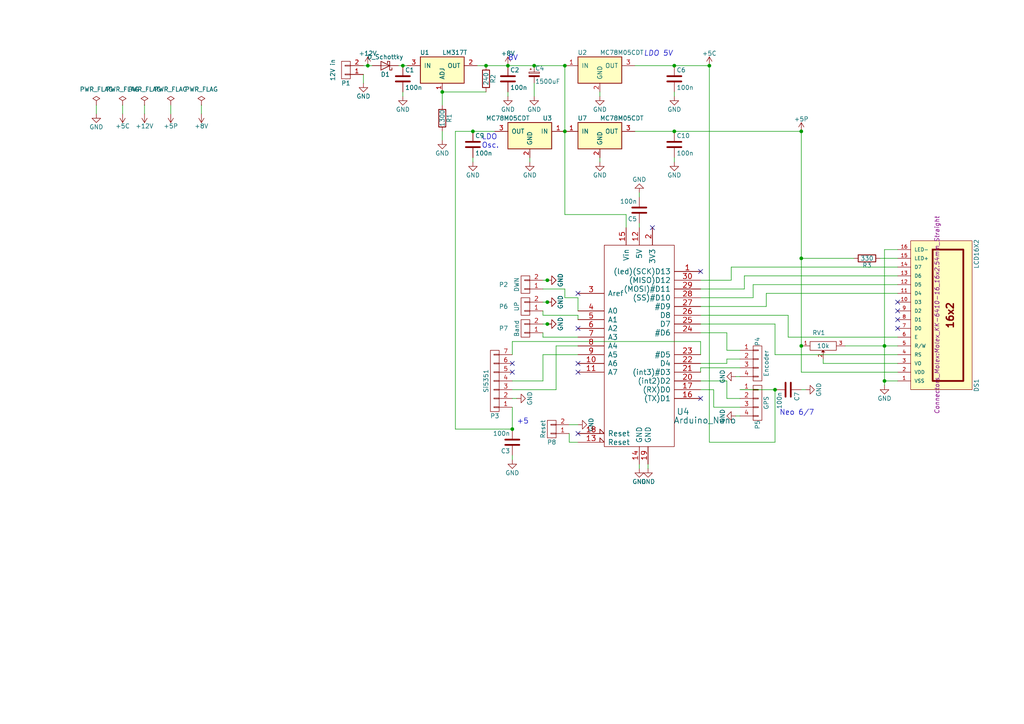
<source format=kicad_sch>
(kicad_sch (version 20230121) (generator eeschema)
  (paper "A4")
  (lib_symbols
    (symbol "arduino_nano:Arduino_Nano" (pin_names (offset 1.016))
      (property "Reference" "U" (at 12.7 -24.13 0))
      (property "Value" "Arduino_Nano" (at 19.05 -26.67 0))
      (property "Footprint" "DIL30" (at 0 -1.27 0))
      (symbol "Arduino_Nano_0_0"
        (pin power_in line (at 0 -39.37 90) (length 5.08) (name "GND") (number "14"))
        (pin power_in line (at -3.81 29.21 270) (length 5.08) (name "Vin") (number "15"))
      )
      (symbol "Arduino_Nano_0_1"
        (rectangle (start -10.16 24.13) (end 10.16 -34.29))
      )
      (symbol "Arduino_Nano_1_1"
        (pin input line (at 17.78 16.51 180) (length 7.62) (name "(led)(SCK)D13") (number "1"))
        (pin bidirectional line (at -17.78 -10.16 0) (length 7.62) (name "A6") (number "10"))
        (pin bidirectional line (at -17.78 -12.7 0) (length 7.62) (name "A7") (number "11"))
        (pin power_out line (at 0 29.21 270) (length 5.08) (name "5V") (number "12"))
        (pin input input_low (at -17.78 -33.02 0) (length 7.62) (name "Reset") (number "13"))
        (pin bidirectional line (at 17.78 -20.32 180) (length 7.62) (name "(TX)D1") (number "16"))
        (pin bidirectional line (at 17.78 -17.78 180) (length 7.62) (name "(RX)D0") (number "17"))
        (pin input input_low (at -17.78 -30.48 0) (length 7.62) (name "Reset") (number "18"))
        (pin power_in line (at 2.54 -39.37 90) (length 5.08) (name "GND") (number "19"))
        (pin power_out line (at 3.81 29.21 270) (length 5.08) (name "3V3") (number "2"))
        (pin bidirectional line (at 17.78 -15.24 180) (length 7.62) (name "(int2)D2") (number "20"))
        (pin bidirectional line (at 17.78 -12.7 180) (length 7.62) (name "(int3)#D3") (number "21"))
        (pin bidirectional line (at 17.78 -10.16 180) (length 7.62) (name "D4") (number "22"))
        (pin bidirectional line (at 17.78 -7.62 180) (length 7.62) (name "#D5") (number "23"))
        (pin bidirectional line (at 17.78 -1.27 180) (length 7.62) (name "#D6") (number "24"))
        (pin bidirectional line (at 17.78 1.27 180) (length 7.62) (name "D7") (number "25"))
        (pin bidirectional line (at 17.78 3.81 180) (length 7.62) (name "D8") (number "26"))
        (pin bidirectional line (at 17.78 6.35 180) (length 7.62) (name "#D9") (number "27"))
        (pin bidirectional line (at 17.78 8.89 180) (length 7.62) (name "(SS)#D10") (number "28"))
        (pin bidirectional line (at 17.78 11.43 180) (length 7.62) (name "(MOSI)#D11") (number "29"))
        (pin input line (at -17.78 10.16 0) (length 7.62) (name "Aref") (number "3"))
        (pin bidirectional line (at 17.78 13.97 180) (length 7.62) (name "(MISO)D12") (number "30"))
        (pin bidirectional line (at -17.78 5.08 0) (length 7.62) (name "A0") (number "4"))
        (pin bidirectional line (at -17.78 2.54 0) (length 7.62) (name "A1") (number "5"))
        (pin bidirectional line (at -17.78 0 0) (length 7.62) (name "A2") (number "6"))
        (pin bidirectional line (at -17.78 -2.54 0) (length 7.62) (name "A3") (number "7"))
        (pin bidirectional line (at -17.78 -5.08 0) (length 7.62) (name "A4") (number "8"))
        (pin bidirectional line (at -17.78 -7.62 0) (length 7.62) (name "A5") (number "9"))
      )
    )
    (symbol "vfo-do-rescue:+12V" (power) (pin_names (offset 0))
      (property "Value" "+12V" (at 0 3.556 0))
      (symbol "+12V_0_1"
        (polyline (pts (xy -0.762 1.27) (xy 0 2.54)))
        (polyline (pts (xy 0 0) (xy 0 2.54)))
        (polyline (pts (xy 0 2.54) (xy 0.762 1.27)))
      )
      (symbol "+12V_1_1"
        (pin power_in line (at 0 0 90) (length 0) hide (name "+12V") (number "1"))
      )
    )
    (symbol "vfo-do-rescue:+5C" (power) (pin_names (offset 0))
      (property "Value" "+5C" (at 0 3.556 0))
      (symbol "+5C_0_1"
        (polyline (pts (xy -0.762 1.27) (xy 0 2.54)))
        (polyline (pts (xy 0 0) (xy 0 2.54)))
        (polyline (pts (xy 0 2.54) (xy 0.762 1.27)))
      )
      (symbol "+5C_1_1"
        (pin power_in line (at 0 0 90) (length 0) hide (name "+5C") (number "1"))
      )
    )
    (symbol "vfo-do-rescue:+5P" (power) (pin_names (offset 0))
      (property "Value" "+5P" (at 0 3.556 0))
      (symbol "+5P_0_1"
        (polyline (pts (xy -0.762 1.27) (xy 0 2.54)))
        (polyline (pts (xy 0 0) (xy 0 2.54)))
        (polyline (pts (xy 0 2.54) (xy 0.762 1.27)))
      )
      (symbol "+5P_1_1"
        (pin power_in line (at 0 0 90) (length 0) hide (name "+5P") (number "1"))
      )
    )
    (symbol "vfo-do-rescue:+8V" (power) (pin_names (offset 0))
      (property "Value" "+8V" (at 0 3.556 0))
      (symbol "+8V_0_1"
        (polyline (pts (xy -0.762 1.27) (xy 0 2.54)))
        (polyline (pts (xy 0 0) (xy 0 2.54)))
        (polyline (pts (xy 0 2.54) (xy 0.762 1.27)))
      )
      (symbol "+8V_1_1"
        (pin power_in line (at 0 0 90) (length 0) hide (name "+8V") (number "1"))
      )
    )
    (symbol "vfo-do-rescue:C" (pin_numbers hide) (pin_names (offset 0.254))
      (property "Reference" "C" (at 0.635 2.54 0))
      (property "Value" "C" (at 0.635 -2.54 0))
      (symbol "C_0_1"
        (polyline (pts (xy -2.032 -0.762) (xy 2.032 -0.762)) (stroke (width 0.508)))
        (polyline (pts (xy -2.032 0.762) (xy 2.032 0.762)) (stroke (width 0.508)))
      )
      (symbol "C_1_1"
        (pin passive line (at 0 3.81 270) (length 2.794) (name "~") (number "1"))
        (pin passive line (at 0 -3.81 90) (length 2.794) (name "~") (number "2"))
      )
    )
    (symbol "vfo-do-rescue:CONN_01X02" (pin_names (offset 1.016) hide)
      (property "Reference" "J" (at 0 3.81 0))
      (property "Value" "CONN_01X02" (at 2.54 0 90))
      (symbol "CONN_01X02_0_1"
        (rectangle (start -1.27 -1.143) (end 0.254 -1.397))
        (rectangle (start -1.27 1.397) (end 0.254 1.143))
        (rectangle (start -1.27 2.54) (end 1.27 -2.54))
      )
      (symbol "CONN_01X02_1_1"
        (pin passive line (at -5.08 1.27 0) (length 3.81) (name "P1") (number "1"))
        (pin passive line (at -5.08 -1.27 0) (length 3.81) (name "P2") (number "2"))
      )
    )
    (symbol "vfo-do-rescue:CONN_01X04" (pin_names (offset 1.016) hide)
      (property "Reference" "J" (at 0 6.35 0))
      (property "Value" "CONN_01X04" (at 2.54 0 90))
      (symbol "CONN_01X04_0_1"
        (rectangle (start -1.27 -3.683) (end 0.254 -3.937))
        (rectangle (start -1.27 -1.143) (end 0.254 -1.397))
        (rectangle (start -1.27 1.397) (end 0.254 1.143))
        (rectangle (start -1.27 3.937) (end 0.254 3.683))
        (rectangle (start -1.27 5.08) (end 1.27 -5.08))
      )
      (symbol "CONN_01X04_1_1"
        (pin passive line (at -5.08 3.81 0) (length 3.81) (name "P1") (number "1"))
        (pin passive line (at -5.08 1.27 0) (length 3.81) (name "P2") (number "2"))
        (pin passive line (at -5.08 -1.27 0) (length 3.81) (name "P3") (number "3"))
        (pin passive line (at -5.08 -3.81 0) (length 3.81) (name "P4") (number "4"))
      )
    )
    (symbol "vfo-do-rescue:CONN_01X07" (pin_names (offset 1.016) hide)
      (property "Reference" "J" (at 0 10.16 0))
      (property "Value" "CONN_01X07" (at 2.54 0 90))
      (symbol "CONN_01X07_0_1"
        (rectangle (start -1.27 -8.89) (end 1.27 8.89))
        (rectangle (start -1.27 -7.493) (end 0.254 -7.747))
        (rectangle (start -1.27 -4.953) (end 0.254 -5.207))
        (rectangle (start -1.27 -2.413) (end 0.254 -2.667))
        (rectangle (start -1.27 0.127) (end 0.254 -0.127))
        (rectangle (start -1.27 2.667) (end 0.254 2.413))
        (rectangle (start -1.27 5.207) (end 0.254 4.953))
        (rectangle (start -1.27 7.747) (end 0.254 7.493))
      )
      (symbol "CONN_01X07_1_1"
        (pin passive line (at -5.08 7.62 0) (length 3.81) (name "P1") (number "1"))
        (pin passive line (at -5.08 5.08 0) (length 3.81) (name "P2") (number "2"))
        (pin passive line (at -5.08 2.54 0) (length 3.81) (name "P3") (number "3"))
        (pin passive line (at -5.08 0 0) (length 3.81) (name "P4") (number "4"))
        (pin passive line (at -5.08 -2.54 0) (length 3.81) (name "P5") (number "5"))
        (pin passive line (at -5.08 -5.08 0) (length 3.81) (name "P6") (number "6"))
        (pin passive line (at -5.08 -7.62 0) (length 3.81) (name "P7") (number "7"))
      )
    )
    (symbol "vfo-do-rescue:CP_Small" (pin_numbers hide) (pin_names (offset 0.254) hide)
      (property "Reference" "C" (at 0.254 1.778 0))
      (property "Value" "CP_Small" (at 0.254 -2.032 0))
      (symbol "CP_Small_0_1"
        (rectangle (start -1.524 -0.3048) (end 1.524 -0.6858) (fill (type outline)))
        (rectangle (start -1.524 0.6858) (end 1.524 0.3048))
        (polyline (pts (xy -1.27 1.524) (xy -0.762 1.524)))
        (polyline (pts (xy -1.016 1.27) (xy -1.016 1.778)))
      )
      (symbol "CP_Small_1_1"
        (pin passive line (at 0 2.54 270) (length 1.8542) (name "~") (number "1"))
        (pin passive line (at 0 -2.54 90) (length 1.8542) (name "~") (number "2"))
      )
    )
    (symbol "vfo-do-rescue:D_Schottky" (pin_numbers hide) (pin_names (offset 1.016) hide)
      (property "Reference" "D" (at 0 2.54 0))
      (property "Value" "D_Schottky" (at 0 -2.54 0))
      (symbol "D_Schottky_0_1"
        (polyline (pts (xy 1.27 0) (xy -1.27 0)))
        (polyline (pts (xy 1.27 1.27) (xy 1.27 -1.27) (xy -1.27 0) (xy 1.27 1.27)) (stroke (width 0.2032)))
        (polyline (pts (xy -1.905 0.635) (xy -1.905 1.27) (xy -1.27 1.27) (xy -1.27 -1.27) (xy -0.635 -1.27) (xy -0.635 -0.635)) (stroke (width 0.2032)))
      )
      (symbol "D_Schottky_1_1"
        (pin passive line (at -3.81 0 0) (length 2.54) (name "K") (number "1"))
        (pin passive line (at 3.81 0 180) (length 2.54) (name "A") (number "2"))
      )
    )
    (symbol "vfo-do-rescue:GND" (power) (pin_names (offset 0))
      (property "Value" "GND" (at 0 -3.81 0))
      (symbol "GND_0_1"
        (polyline (pts (xy 0 0) (xy 0 -1.27) (xy 1.27 -1.27) (xy 0 -2.54) (xy -1.27 -1.27) (xy 0 -1.27)))
      )
      (symbol "GND_1_1"
        (pin power_in line (at 0 0 270) (length 0) hide (name "GND") (number "1"))
      )
    )
    (symbol "vfo-do-rescue:LCD16X2" (pin_names (offset 1.016))
      (property "Reference" "DS" (at -20.32 10.16 0))
      (property "Value" "LCD16X2" (at 17.78 10.16 0))
      (symbol "LCD16X2_0_0"
        (text "16x2" (at 0 2.54 0) (effects (font (size 2.032 2.032) bold)))
      )
      (symbol "LCD16X2_0_1"
        (rectangle (start -21.59 8.89) (end 21.59 -8.89) (fill (type background)))
        (rectangle (start -19.05 6.35) (end 19.05 -2.54) (stroke (width 0.508)))
      )
      (symbol "LCD16X2_1_1"
        (pin power_in line (at -19.05 -12.7 90) (length 3.81) (name "VSS") (number "1"))
        (pin input line (at 3.81 -12.7 90) (length 3.81) (name "D3") (number "10"))
        (pin input line (at 6.35 -12.7 90) (length 3.81) (name "D4") (number "11"))
        (pin input line (at 8.89 -12.7 90) (length 3.81) (name "D5") (number "12"))
        (pin input line (at 11.43 -12.7 90) (length 3.81) (name "D6") (number "13"))
        (pin input line (at 13.97 -12.7 90) (length 3.81) (name "D7") (number "14"))
        (pin passive line (at 16.51 -12.7 90) (length 3.81) (name "LED+") (number "15"))
        (pin passive line (at 19.05 -12.7 90) (length 3.81) (name "LED-") (number "16"))
        (pin power_in line (at -16.51 -12.7 90) (length 3.81) (name "VDD") (number "2"))
        (pin input line (at -13.97 -12.7 90) (length 3.81) (name "VO") (number "3"))
        (pin input line (at -11.43 -12.7 90) (length 3.81) (name "RS") (number "4"))
        (pin input line (at -8.89 -12.7 90) (length 3.81) (name "R/W") (number "5"))
        (pin input line (at -6.35 -12.7 90) (length 3.81) (name "E") (number "6"))
        (pin input line (at -3.81 -12.7 90) (length 3.81) (name "D0") (number "7"))
        (pin input line (at -1.27 -12.7 90) (length 3.81) (name "D1") (number "8"))
        (pin input line (at 1.27 -12.7 90) (length 3.81) (name "D2") (number "9"))
      )
    )
    (symbol "vfo-do-rescue:LM317T" (pin_names (offset 1.016))
      (property "Reference" "U" (at -5.08 5.08 0))
      (property "Value" "LM317T" (at 0 5.08 0))
      (symbol "LM317T_0_1"
        (rectangle (start -6.35 3.81) (end 6.35 -3.81) (stroke (width 0.254)) (fill (type background)))
      )
      (symbol "LM317T_1_1"
        (pin input line (at 0 -6.35 90) (length 2.54) (name "ADJ") (number "1"))
        (pin power_out line (at 10.16 1.27 180) (length 3.81) (name "OUT") (number "2"))
        (pin input line (at -10.16 1.27 0) (length 3.81) (name "IN") (number "3"))
      )
    )
    (symbol "vfo-do-rescue:MC78M05CDT" (pin_names (offset 1.016))
      (property "Reference" "U" (at -5.08 5.08 0))
      (property "Value" "MC78M05CDT" (at 0 5.08 0))
      (symbol "MC78M05CDT_0_1"
        (rectangle (start -6.35 3.81) (end 6.35 -3.81) (stroke (width 0.254)) (fill (type background)))
      )
      (symbol "MC78M05CDT_1_1"
        (pin input line (at -10.16 1.27 0) (length 3.81) (name "IN") (number "1"))
        (pin power_in line (at 0 -6.35 90) (length 2.54) (name "GND") (number "2"))
        (pin power_out line (at 10.16 1.27 180) (length 3.81) (name "OUT") (number "3"))
      )
    )
    (symbol "vfo-do-rescue:POT-RESCUE-vfo-do" (pin_names (offset 1.016) hide)
      (property "Reference" "RV" (at 0 -2.54 0))
      (property "Value" "POT-RESCUE-vfo-do" (at 0 0 0))
      (symbol "POT-RESCUE-vfo-do_0_1"
        (rectangle (start -3.81 1.27) (end 3.81 -1.27))
        (polyline (pts (xy 0 1.27) (xy -0.508 1.778) (xy 0.508 1.778)) (fill (type outline)))
      )
      (symbol "POT-RESCUE-vfo-do_1_1"
        (pin passive line (at -6.35 0 0) (length 2.54) (name "1") (number "1"))
        (pin passive line (at 0 3.81 270) (length 2.032) (name "2") (number "2"))
        (pin passive line (at 6.35 0 180) (length 2.54) (name "3") (number "3"))
      )
    )
    (symbol "vfo-do-rescue:PWR_FLAG" (power) (pin_numbers hide) (pin_names (offset 0) hide)
      (property "Value" "PWR_FLAG" (at 0 3.81 0))
      (symbol "PWR_FLAG_0_0"
        (pin power_out line (at 0 0 90) (length 0) (name "pwr") (number "1"))
      )
      (symbol "PWR_FLAG_0_1"
        (polyline (pts (xy 0 0) (xy 0 1.27) (xy -1.016 1.905) (xy 0 2.54) (xy 1.016 1.905) (xy 0 1.27)))
      )
    )
    (symbol "vfo-do-rescue:R" (pin_numbers hide) (pin_names (offset 0))
      (property "Reference" "R" (at 2.032 0 90))
      (property "Value" "R" (at 0 0 90))
      (symbol "R_0_1"
        (rectangle (start -1.016 -2.54) (end 1.016 2.54) (stroke (width 0.254)))
      )
      (symbol "R_1_1"
        (pin passive line (at 0 3.81 270) (length 1.27) (name "~") (number "1"))
        (pin passive line (at 0 -3.81 90) (length 1.27) (name "~") (number "2"))
      )
    )
  )
  (junction (at 232.41 74.93))
  (junction (at 148.59 124.46))
  (junction (at 116.84 19.05))
  (junction (at 224.79 113.03))
  (junction (at 256.54 110.49))
  (junction (at 232.41 100.33))
  (junction (at 147.32 19.05))
  (junction (at 195.58 19.05))
  (junction (at 195.58 38.1))
  (junction (at 205.74 19.05))
  (junction (at 137.16 38.1))
  (junction (at 158.75 87.63))
  (junction (at 232.41 38.1))
  (junction (at 163.83 19.05))
  (junction (at 154.94 19.05))
  (junction (at 106.68 19.05))
  (junction (at 256.54 100.33))
  (junction (at 158.75 93.98))
  (junction (at 158.75 81.28))
  (junction (at 140.97 19.05))
  (junction (at 128.27 26.67))
  (junction (at 163.83 38.1))
  (no_connect (at 167.64 125.73))
  (no_connect (at 203.2 78.74))
  (no_connect (at 148.59 107.95))
  (no_connect (at 260.35 90.17))
  (no_connect (at 167.64 105.41))
  (no_connect (at 189.23 66.04))
  (no_connect (at 167.64 107.95))
  (no_connect (at 203.2 115.57))
  (no_connect (at 260.35 87.63))
  (no_connect (at 148.59 105.41))
  (no_connect (at 260.35 95.25))
  (no_connect (at 260.35 92.71))
  (no_connect (at 167.64 85.09))
  (no_connect (at 167.64 95.25))
  (wire (pts (xy 205.74 19.05) (xy 195.58 19.05)))
  (wire (pts (xy 228.6 97.79) (xy 260.35 97.79)))
  (wire (pts (xy 105.41 21.59) (xy 105.41 24.13)))
  (wire (pts (xy 154.94 24.13) (xy 154.94 27.94)))
  (wire (pts (xy 148.59 124.46) (xy 132.08 124.46)))
  (wire (pts (xy 222.25 88.9) (xy 203.2 88.9)))
  (wire (pts (xy 128.27 26.67) (xy 128.27 30.48)))
  (wire (pts (xy 224.79 102.87) (xy 260.35 102.87)))
  (wire (pts (xy 35.56 30.48) (xy 35.56 33.02)))
  (wire (pts (xy 157.48 91.44) (xy 157.48 90.17)))
  (wire (pts (xy 203.2 105.41) (xy 210.82 105.41)))
  (wire (pts (xy 154.94 19.05) (xy 163.83 19.05)))
  (wire (pts (xy 203.2 96.52) (xy 210.82 96.52)))
  (wire (pts (xy 148.59 118.11) (xy 148.59 124.46)))
  (wire (pts (xy 157.48 110.49) (xy 157.48 102.87)))
  (wire (pts (xy 224.79 93.98) (xy 224.79 102.87)))
  (wire (pts (xy 256.54 110.49) (xy 256.54 111.76)))
  (wire (pts (xy 116.84 26.67) (xy 116.84 27.94)))
  (wire (pts (xy 238.76 105.41) (xy 238.76 104.14)))
  (wire (pts (xy 148.59 113.03) (xy 161.29 113.03)))
  (wire (pts (xy 214.63 109.22) (xy 213.36 109.22)))
  (wire (pts (xy 161.29 113.03) (xy 161.29 100.33)))
  (wire (pts (xy 212.09 77.47) (xy 212.09 81.28)))
  (wire (pts (xy 215.9 83.82) (xy 203.2 83.82)))
  (wire (pts (xy 116.84 19.05) (xy 118.11 19.05)))
  (wire (pts (xy 137.16 38.1) (xy 143.51 38.1)))
  (wire (pts (xy 210.82 96.52) (xy 210.82 101.6)))
  (wire (pts (xy 58.42 30.48) (xy 58.42 33.02)))
  (wire (pts (xy 232.41 38.1) (xy 232.41 74.93)))
  (wire (pts (xy 238.76 105.41) (xy 260.35 105.41)))
  (wire (pts (xy 205.74 128.27) (xy 205.74 19.05)))
  (wire (pts (xy 165.1 128.27) (xy 167.64 128.27)))
  (wire (pts (xy 256.54 110.49) (xy 260.35 110.49)))
  (wire (pts (xy 210.82 101.6) (xy 214.63 101.6)))
  (wire (pts (xy 203.2 91.44) (xy 228.6 91.44)))
  (wire (pts (xy 163.83 62.23) (xy 181.61 62.23)))
  (wire (pts (xy 173.99 26.67) (xy 173.99 27.94)))
  (wire (pts (xy 224.79 128.27) (xy 205.74 128.27)))
  (wire (pts (xy 195.58 38.1) (xy 232.41 38.1)))
  (wire (pts (xy 163.83 19.05) (xy 163.83 38.1)))
  (wire (pts (xy 185.42 57.15) (xy 185.42 55.88)))
  (wire (pts (xy 210.82 115.57) (xy 214.63 115.57)))
  (wire (pts (xy 232.41 100.33) (xy 232.41 107.95)))
  (wire (pts (xy 147.32 19.05) (xy 154.94 19.05)))
  (wire (pts (xy 207.01 118.11) (xy 214.63 118.11)))
  (wire (pts (xy 232.41 113.03) (xy 233.68 113.03)))
  (wire (pts (xy 212.09 81.28) (xy 203.2 81.28)))
  (wire (pts (xy 157.48 102.87) (xy 167.64 102.87)))
  (wire (pts (xy 187.96 134.62) (xy 187.96 135.89)))
  (wire (pts (xy 163.83 83.82) (xy 157.48 83.82)))
  (wire (pts (xy 215.9 80.01) (xy 215.9 83.82)))
  (wire (pts (xy 245.11 100.33) (xy 256.54 100.33)))
  (wire (pts (xy 260.35 77.47) (xy 212.09 77.47)))
  (wire (pts (xy 161.29 100.33) (xy 167.64 100.33)))
  (wire (pts (xy 195.58 26.67) (xy 195.58 27.94)))
  (wire (pts (xy 184.15 38.1) (xy 195.58 38.1)))
  (wire (pts (xy 195.58 45.72) (xy 195.58 46.99)))
  (wire (pts (xy 167.64 90.17) (xy 167.64 86.36)))
  (wire (pts (xy 203.2 93.98) (xy 224.79 93.98)))
  (wire (pts (xy 218.44 82.55) (xy 218.44 86.36)))
  (wire (pts (xy 153.67 45.72) (xy 153.67 46.99)))
  (wire (pts (xy 207.01 118.11) (xy 207.01 113.03)))
  (wire (pts (xy 41.91 30.48) (xy 41.91 33.02)))
  (wire (pts (xy 140.97 26.67) (xy 128.27 26.67)))
  (wire (pts (xy 260.35 80.01) (xy 215.9 80.01)))
  (wire (pts (xy 107.95 19.05) (xy 106.68 19.05)))
  (wire (pts (xy 260.35 72.39) (xy 256.54 72.39)))
  (wire (pts (xy 149.86 115.57) (xy 148.59 115.57)))
  (wire (pts (xy 214.63 120.65) (xy 213.36 120.65)))
  (wire (pts (xy 49.53 30.48) (xy 49.53 33.02)))
  (wire (pts (xy 128.27 38.1) (xy 128.27 40.64)))
  (wire (pts (xy 203.2 99.06) (xy 148.59 99.06)))
  (wire (pts (xy 203.2 110.49) (xy 210.82 110.49)))
  (wire (pts (xy 148.59 99.06) (xy 148.59 102.87)))
  (wire (pts (xy 232.41 74.93) (xy 232.41 100.33)))
  (wire (pts (xy 115.57 19.05) (xy 116.84 19.05)))
  (wire (pts (xy 132.08 124.46) (xy 132.08 38.1)))
  (wire (pts (xy 167.64 123.19) (xy 165.1 123.19)))
  (wire (pts (xy 181.61 62.23) (xy 181.61 66.04)))
  (wire (pts (xy 228.6 91.44) (xy 228.6 97.79)))
  (wire (pts (xy 214.63 106.68) (xy 203.2 106.68)))
  (wire (pts (xy 167.64 92.71) (xy 167.64 91.44)))
  (wire (pts (xy 256.54 72.39) (xy 256.54 100.33)))
  (wire (pts (xy 137.16 45.72) (xy 137.16 46.99)))
  (wire (pts (xy 27.94 30.48) (xy 27.94 33.02)))
  (wire (pts (xy 148.59 110.49) (xy 157.48 110.49)))
  (wire (pts (xy 163.83 38.1) (xy 163.83 62.23)))
  (wire (pts (xy 185.42 64.77) (xy 185.42 66.04)))
  (wire (pts (xy 214.63 113.03) (xy 224.79 113.03)))
  (wire (pts (xy 157.48 97.79) (xy 157.48 96.52)))
  (wire (pts (xy 158.75 87.63) (xy 157.48 87.63)))
  (wire (pts (xy 167.64 97.79) (xy 157.48 97.79)))
  (wire (pts (xy 247.65 74.93) (xy 232.41 74.93)))
  (wire (pts (xy 173.99 45.72) (xy 173.99 46.99)))
  (wire (pts (xy 167.64 91.44) (xy 157.48 91.44)))
  (wire (pts (xy 260.35 74.93) (xy 255.27 74.93)))
  (wire (pts (xy 167.64 86.36) (xy 163.83 86.36)))
  (wire (pts (xy 140.97 19.05) (xy 147.32 19.05)))
  (wire (pts (xy 158.75 81.28) (xy 157.48 81.28)))
  (wire (pts (xy 210.82 104.14) (xy 214.63 104.14)))
  (wire (pts (xy 203.2 106.68) (xy 203.2 107.95)))
  (wire (pts (xy 210.82 110.49) (xy 210.82 115.57)))
  (wire (pts (xy 256.54 100.33) (xy 260.35 100.33)))
  (wire (pts (xy 106.68 19.05) (xy 105.41 19.05)))
  (wire (pts (xy 138.43 19.05) (xy 140.97 19.05)))
  (wire (pts (xy 222.25 85.09) (xy 222.25 88.9)))
  (wire (pts (xy 185.42 134.62) (xy 185.42 135.89)))
  (wire (pts (xy 224.79 113.03) (xy 224.79 128.27)))
  (wire (pts (xy 232.41 107.95) (xy 260.35 107.95)))
  (wire (pts (xy 210.82 105.41) (xy 210.82 104.14)))
  (wire (pts (xy 260.35 82.55) (xy 218.44 82.55)))
  (wire (pts (xy 260.35 85.09) (xy 222.25 85.09)))
  (wire (pts (xy 148.59 132.08) (xy 148.59 133.35)))
  (wire (pts (xy 207.01 113.03) (xy 203.2 113.03)))
  (wire (pts (xy 218.44 86.36) (xy 203.2 86.36)))
  (wire (pts (xy 256.54 100.33) (xy 256.54 110.49)))
  (wire (pts (xy 203.2 102.87) (xy 203.2 99.06)))
  (wire (pts (xy 165.1 125.73) (xy 165.1 128.27)))
  (wire (pts (xy 158.75 93.98) (xy 157.48 93.98)))
  (wire (pts (xy 132.08 38.1) (xy 137.16 38.1)))
  (wire (pts (xy 195.58 19.05) (xy 184.15 19.05)))
  (wire (pts (xy 163.83 86.36) (xy 163.83 83.82)))
  (wire (pts (xy 147.32 26.67) (xy 147.32 27.94)))
  (text "LDO 5V" (at 186.69 16.51 0) (effects (font (size 1.524 1.524) italic) (justify left bottom)))
  (text "8V\n" (at 147.32 17.78 0) (effects (font (size 1.524 1.524)) (justify left bottom)))
  (text "+5\n" (at 149.86 123.19 0) (effects (font (size 1.524 1.524)) (justify left bottom)))
  (text "Neo 6/7" (at 226.06 120.65 0) (effects (font (size 1.524 1.524)) (justify left bottom)))
  (text "LDO\nOsc." (at 139.7 43.18 0) (effects (font (size 1.524 1.524)) (justify left bottom)))
  (symbol (lib_id "arduino_nano:Arduino_Nano") (at 185.42 95.25 0) (unit 1)
    (property "Reference" "U4" (at 198.12 119.38 0) (effects (font (size 1.778 1.778))))
    (property "Value" "Arduino_Nano" (at 204.47 121.92 0) (effects (font (size 1.778 1.778))))
    (property "Footprint" "arduino:arduino_nano" (effects hide))
  )
  (symbol (lib_id "vfo-do-rescue:POT-RESCUE-vfo-do") (at 238.76 100.33 0) (mirror x) (unit 1)
    (property "Reference" "RV1" (at 237.49 96.52 0))
    (property "Value" "10k" (at 238.76 100.33 0))
    (property "Footprint" "Discret:RV2X4" (effects hide))
  )
  (symbol (lib_id "vfo-do-rescue:LCD16X2") (at 273.05 91.44 270) (mirror x) (unit 1)
    (property "Reference" "DS1" (at 283.21 111.76 0))
    (property "Value" "LCD16X2" (at 283.21 73.66 0))
    (property "Footprint" "Connectors_Molex:Molex_KK-6410-16_16x2.54mm_Straight" (at 271.78 91.44 0) (effects (font italic)))
  )
  (symbol (lib_id "vfo-do-rescue:CONN_01X04") (at 219.71 116.84 0) (unit 1)
    (property "Reference" "P5" (at 219.71 123.19 90))
    (property "Value" "GPS" (at 222.25 116.84 90))
    (property "Footprint" "Connectors_Molex:Molex_KK-6410-04_04x2.54mm_Straight" (effects hide))
  )
  (symbol (lib_id "vfo-do-rescue:CONN_01X07") (at 143.51 110.49 180) (unit 1)
    (property "Reference" "P3" (at 143.51 120.65 0))
    (property "Value" "Si5351" (at 140.97 110.49 90))
    (property "Footprint" "Connectors_Molex:Molex_KK-6410-07_07x2.54mm_Straight" (effects hide))
  )
  (symbol (lib_id "vfo-do-rescue:CONN_01X04") (at 219.71 105.41 0) (unit 1)
    (property "Reference" "P4" (at 219.71 99.06 90))
    (property "Value" "Encoder" (at 222.25 105.41 90))
    (property "Footprint" "Connectors_Molex:Molex_KK-6410-04_04x2.54mm_Straight" (effects hide))
  )
  (symbol (lib_id "vfo-do-rescue:LM317T") (at 128.27 20.32 0) (unit 1)
    (property "Reference" "U1" (at 123.19 15.24 0))
    (property "Value" "LM317T" (at 128.27 15.24 0) (effects (justify left)))
    (property "Footprint" "TO_SOT_Packages_THT:TO-220_Neutral123_Horizontal_LargePads" (effects hide))
  )
  (symbol (lib_id "vfo-do-rescue:MC78M05CDT") (at 173.99 20.32 0) (unit 1)
    (property "Reference" "U2" (at 168.91 15.24 0))
    (property "Value" "MC78M05CDT" (at 173.99 15.24 0) (effects (justify left)))
    (property "Footprint" "TO_SOT_Packages_SMD:TO-252-2Lead" (effects hide))
  )
  (symbol (lib_id "vfo-do-rescue:MC78M05CDT") (at 153.67 39.37 0) (mirror y) (unit 1)
    (property "Reference" "U3" (at 158.75 34.29 0))
    (property "Value" "MC78M05CDT" (at 153.67 34.29 0) (effects (justify left)))
    (property "Footprint" "TO_SOT_Packages_SMD:TO-252-2Lead" (effects hide))
  )
  (symbol (lib_id "vfo-do-rescue:GND") (at 213.36 109.22 270) (unit 1)
    (property "Reference" "#PWR021" (effects hide))
    (property "Value" "GND" (at 209.55 109.22 0))
  )
  (symbol (lib_id "vfo-do-rescue:GND") (at 213.36 120.65 270) (unit 1)
    (property "Reference" "#PWR01" (effects hide))
    (property "Value" "GND" (at 209.55 120.65 0))
  )
  (symbol (lib_id "vfo-do-rescue:GND") (at 187.96 135.89 0) (unit 1)
    (property "Reference" "#PWR02" (effects hide))
    (property "Value" "GND" (at 187.96 139.7 0))
  )
  (symbol (lib_id "vfo-do-rescue:GND") (at 185.42 135.89 0) (unit 1)
    (property "Reference" "#PWR03" (effects hide))
    (property "Value" "GND" (at 185.42 139.7 0))
  )
  (symbol (lib_id "vfo-do-rescue:GND") (at 256.54 111.76 0) (unit 1)
    (property "Reference" "#PWR04" (effects hide))
    (property "Value" "GND" (at 256.54 115.57 0))
  )
  (symbol (lib_id "vfo-do-rescue:R") (at 251.46 74.93 270) (unit 1)
    (property "Reference" "R3" (at 251.46 76.962 90))
    (property "Value" "330" (at 251.46 74.93 90))
    (property "Footprint" "Capacitors_SMD:C_0805_HandSoldering" (effects hide))
  )
  (symbol (lib_id "vfo-do-rescue:GND") (at 158.75 93.98 90) (unit 1)
    (property "Reference" "#PWR05" (effects hide))
    (property "Value" "GND" (at 162.56 93.98 0))
  )
  (symbol (lib_id "vfo-do-rescue:GND") (at 149.86 115.57 90) (unit 1)
    (property "Reference" "#PWR06" (effects hide))
    (property "Value" "GND" (at 153.67 115.57 0))
  )
  (symbol (lib_id "vfo-do-rescue:GND") (at 173.99 27.94 0) (unit 1)
    (property "Reference" "#PWR07" (effects hide))
    (property "Value" "GND" (at 173.99 31.75 0))
  )
  (symbol (lib_id "vfo-do-rescue:GND") (at 153.67 46.99 0) (unit 1)
    (property "Reference" "#PWR08" (effects hide))
    (property "Value" "GND" (at 153.67 50.8 0))
  )
  (symbol (lib_id "vfo-do-rescue:GND") (at 128.27 40.64 0) (unit 1)
    (property "Reference" "#PWR09" (effects hide))
    (property "Value" "GND" (at 128.27 44.45 0))
  )
  (symbol (lib_id "vfo-do-rescue:R") (at 128.27 34.29 0) (unit 1)
    (property "Reference" "R1" (at 130.302 34.29 90))
    (property "Value" "1300" (at 128.27 34.29 90))
    (property "Footprint" "Capacitors_SMD:C_0805_HandSoldering" (effects hide))
  )
  (symbol (lib_id "vfo-do-rescue:R") (at 140.97 22.86 0) (unit 1)
    (property "Reference" "R2" (at 143.002 22.86 90))
    (property "Value" "240" (at 140.97 22.86 90))
    (property "Footprint" "Capacitors_SMD:C_0805_HandSoldering" (effects hide))
  )
  (symbol (lib_id "vfo-do-rescue:CONN_01X02") (at 100.33 20.32 180) (unit 1)
    (property "Reference" "P1" (at 100.33 24.13 0))
    (property "Value" "12V in" (at 96.52 20.32 90))
    (property "Footprint" "Connectors_Molex:Molex_KK-6410-02_02x2.54mm_Straight" (effects hide))
  )
  (symbol (lib_id "vfo-do-rescue:GND") (at 105.41 24.13 0) (unit 1)
    (property "Reference" "#PWR010" (effects hide))
    (property "Value" "GND" (at 105.41 27.94 0))
  )
  (symbol (lib_id "vfo-do-rescue:D_Schottky") (at 111.76 19.05 180) (unit 1)
    (property "Reference" "D1" (at 111.76 21.59 0))
    (property "Value" "D_Schottky" (at 111.76 16.51 0))
    (property "Footprint" "Diodes_SMD:SMB_Handsoldering" (effects hide))
  )
  (symbol (lib_id "vfo-do-rescue:C") (at 116.84 22.86 0) (unit 1)
    (property "Reference" "C1" (at 117.475 20.32 0) (effects (justify left)))
    (property "Value" "100n" (at 117.475 25.4 0) (effects (justify left)))
    (property "Footprint" "Capacitors_SMD:C_1206_HandSoldering" (effects hide))
  )
  (symbol (lib_id "vfo-do-rescue:C") (at 147.32 22.86 0) (unit 1)
    (property "Reference" "C2" (at 147.955 20.32 0) (effects (justify left)))
    (property "Value" "100n" (at 147.955 25.4 0) (effects (justify left)))
    (property "Footprint" "Capacitors_SMD:C_1206_HandSoldering" (effects hide))
  )
  (symbol (lib_id "vfo-do-rescue:C") (at 195.58 22.86 0) (unit 1)
    (property "Reference" "C6" (at 196.215 20.32 0) (effects (justify left)))
    (property "Value" "100n" (at 196.215 25.4 0) (effects (justify left)))
    (property "Footprint" "Capacitors_SMD:C_1206_HandSoldering" (effects hide))
  )
  (symbol (lib_id "vfo-do-rescue:C") (at 185.42 60.96 180) (unit 1)
    (property "Reference" "C5" (at 184.785 63.5 0) (effects (justify left)))
    (property "Value" "100n" (at 184.785 58.42 0) (effects (justify left)))
    (property "Footprint" "Capacitors_SMD:C_1206_HandSoldering" (effects hide))
  )
  (symbol (lib_id "vfo-do-rescue:C") (at 148.59 128.27 180) (unit 1)
    (property "Reference" "C3" (at 147.955 130.81 0) (effects (justify left)))
    (property "Value" "100n" (at 147.955 125.73 0) (effects (justify left)))
    (property "Footprint" "Capacitors_SMD:C_1206_HandSoldering" (effects hide))
  )
  (symbol (lib_id "vfo-do-rescue:C") (at 228.6 113.03 270) (unit 1)
    (property "Reference" "C7" (at 231.14 113.665 0) (effects (justify left)))
    (property "Value" "100n" (at 226.06 113.665 0) (effects (justify left)))
    (property "Footprint" "Capacitors_SMD:C_1206_HandSoldering" (effects hide))
  )
  (symbol (lib_id "vfo-do-rescue:CP_Small") (at 154.94 21.59 0) (unit 1)
    (property "Reference" "C4" (at 155.194 19.812 0) (effects (justify left)))
    (property "Value" "1500uF" (at 155.194 23.622 0) (effects (justify left)))
    (property "Footprint" "Capacitors_SMD:c_elec_6.3x7.7" (effects hide))
  )
  (symbol (lib_id "vfo-do-rescue:GND") (at 233.68 113.03 90) (unit 1)
    (property "Reference" "#PWR011" (effects hide))
    (property "Value" "GND" (at 237.49 113.03 0))
  )
  (symbol (lib_id "vfo-do-rescue:GND") (at 116.84 27.94 0) (unit 1)
    (property "Reference" "#PWR012" (effects hide))
    (property "Value" "GND" (at 116.84 31.75 0))
  )
  (symbol (lib_id "vfo-do-rescue:GND") (at 147.32 27.94 0) (unit 1)
    (property "Reference" "#PWR013" (effects hide))
    (property "Value" "GND" (at 147.32 31.75 0))
  )
  (symbol (lib_id "vfo-do-rescue:GND") (at 154.94 27.94 0) (unit 1)
    (property "Reference" "#PWR014" (effects hide))
    (property "Value" "GND" (at 154.94 31.75 0))
  )
  (symbol (lib_id "vfo-do-rescue:GND") (at 195.58 27.94 0) (unit 1)
    (property "Reference" "#PWR015" (effects hide))
    (property "Value" "GND" (at 195.58 31.75 0))
  )
  (symbol (lib_id "vfo-do-rescue:GND") (at 185.42 55.88 180) (unit 1)
    (property "Reference" "#PWR016" (effects hide))
    (property "Value" "GND" (at 185.42 52.07 0))
  )
  (symbol (lib_id "vfo-do-rescue:GND") (at 148.59 133.35 0) (unit 1)
    (property "Reference" "#PWR017" (effects hide))
    (property "Value" "GND" (at 148.59 137.16 0))
  )
  (symbol (lib_id "vfo-do-rescue:C") (at 137.16 41.91 0) (unit 1)
    (property "Reference" "C9" (at 137.795 39.37 0) (effects (justify left)))
    (property "Value" "100n" (at 137.795 44.45 0) (effects (justify left)))
    (property "Footprint" "Capacitors_SMD:C_1206_HandSoldering" (effects hide))
  )
  (symbol (lib_id "vfo-do-rescue:GND") (at 137.16 46.99 0) (unit 1)
    (property "Reference" "#PWR018" (effects hide))
    (property "Value" "GND" (at 137.16 50.8 0))
  )
  (symbol (lib_id "vfo-do-rescue:MC78M05CDT") (at 173.99 39.37 0) (unit 1)
    (property "Reference" "U7" (at 168.91 34.29 0))
    (property "Value" "MC78M05CDT" (at 173.99 34.29 0) (effects (justify left)))
    (property "Footprint" "TO_SOT_Packages_SMD:TO-252-2Lead" (effects hide))
  )
  (symbol (lib_id "vfo-do-rescue:GND") (at 173.99 46.99 0) (unit 1)
    (property "Reference" "#PWR019" (effects hide))
    (property "Value" "GND" (at 173.99 50.8 0))
  )
  (symbol (lib_id "vfo-do-rescue:C") (at 195.58 41.91 0) (unit 1)
    (property "Reference" "C10" (at 196.215 39.37 0) (effects (justify left)))
    (property "Value" "100n" (at 196.215 44.45 0) (effects (justify left)))
    (property "Footprint" "Capacitors_SMD:C_1206_HandSoldering" (effects hide))
  )
  (symbol (lib_id "vfo-do-rescue:GND") (at 195.58 46.99 0) (unit 1)
    (property "Reference" "#PWR020" (effects hide))
    (property "Value" "GND" (at 195.58 50.8 0))
  )
  (symbol (lib_id "vfo-do-rescue:PWR_FLAG") (at 27.94 30.48 0) (unit 1)
    (property "Reference" "#FLG022" (effects hide))
    (property "Value" "PWR_FLAG" (at 27.94 25.908 0))
  )
  (symbol (lib_id "vfo-do-rescue:PWR_FLAG") (at 41.91 30.48 0) (unit 1)
    (property "Reference" "#FLG023" (effects hide))
    (property "Value" "PWR_FLAG" (at 41.91 25.908 0))
  )
  (symbol (lib_id "vfo-do-rescue:GND") (at 27.94 33.02 0) (unit 1)
    (property "Reference" "#PWR024" (effects hide))
    (property "Value" "GND" (at 27.94 36.83 0))
  )
  (symbol (lib_id "vfo-do-rescue:+12V") (at 41.91 33.02 180) (unit 1)
    (property "Reference" "#PWR025" (effects hide))
    (property "Value" "+12V" (at 41.91 36.576 0))
  )
  (symbol (lib_id "vfo-do-rescue:PWR_FLAG") (at 35.56 30.48 0) (unit 1)
    (property "Reference" "#FLG026" (effects hide))
    (property "Value" "PWR_FLAG" (at 35.56 25.908 0))
  )
  (symbol (lib_id "vfo-do-rescue:PWR_FLAG") (at 49.53 30.48 0) (unit 1)
    (property "Reference" "#FLG027" (effects hide))
    (property "Value" "PWR_FLAG" (at 49.53 25.908 0))
  )
  (symbol (lib_id "vfo-do-rescue:+5C") (at 35.56 33.02 180) (unit 1)
    (property "Reference" "#PWR028" (effects hide))
    (property "Value" "+5C" (at 35.56 36.576 0))
  )
  (symbol (lib_id "vfo-do-rescue:+5P") (at 49.53 33.02 180) (unit 1)
    (property "Reference" "#PWR029" (effects hide))
    (property "Value" "+5P" (at 49.53 36.576 0))
  )
  (symbol (lib_id "vfo-do-rescue:PWR_FLAG") (at 58.42 30.48 0) (unit 1)
    (property "Reference" "#FLG030" (effects hide))
    (property "Value" "PWR_FLAG" (at 58.42 25.908 0))
  )
  (symbol (lib_id "vfo-do-rescue:+8V") (at 58.42 33.02 180) (unit 1)
    (property "Reference" "#PWR031" (effects hide))
    (property "Value" "+8V" (at 58.42 36.576 0))
  )
  (symbol (lib_id "vfo-do-rescue:+12V") (at 106.68 19.05 0) (unit 1)
    (property "Reference" "#PWR032" (effects hide))
    (property "Value" "+12V" (at 106.68 15.494 0))
  )
  (symbol (lib_id "vfo-do-rescue:+8V") (at 147.32 19.05 0) (unit 1)
    (property "Reference" "#PWR033" (effects hide))
    (property "Value" "+8V" (at 147.32 15.494 0))
  )
  (symbol (lib_id "vfo-do-rescue:+5C") (at 205.74 19.05 0) (unit 1)
    (property "Reference" "#PWR034" (effects hide))
    (property "Value" "+5C" (at 205.74 15.494 0))
  )
  (symbol (lib_id "vfo-do-rescue:+5P") (at 232.41 38.1 0) (unit 1)
    (property "Reference" "#PWR035" (effects hide))
    (property "Value" "+5P" (at 232.41 34.544 0))
  )
  (symbol (lib_id "vfo-do-rescue:CONN_01X02") (at 152.4 95.25 180) (unit 1)
    (property "Reference" "P7" (at 146.05 95.25 0))
    (property "Value" "Band" (at 149.86 95.25 90))
    (property "Footprint" "Connectors_Molex:Molex_KK-6410-02_02x2.54mm_Straight" (effects hide))
  )
  (symbol (lib_id "vfo-do-rescue:GND") (at 158.75 93.98 90) (unit 1)
    (property "Reference" "#PWR036" (effects hide))
    (property "Value" "GND" (at 162.56 93.98 0))
  )
  (symbol (lib_id "vfo-do-rescue:CONN_01X02") (at 160.02 124.46 180) (unit 1)
    (property "Reference" "P8" (at 160.02 128.27 0))
    (property "Value" "Reset" (at 157.48 124.46 90))
    (property "Footprint" "Connectors_Molex:Molex_KK-6410-02_02x2.54mm_Straight" (effects hide))
  )
  (symbol (lib_id "vfo-do-rescue:GND") (at 167.64 123.19 90) (unit 1)
    (property "Reference" "#PWR037" (effects hide))
    (property "Value" "GND" (at 171.45 123.19 0))
  )
  (symbol (lib_id "vfo-do-rescue:GND") (at 158.75 87.63 90) (unit 1)
    (property "Reference" "#PWR038" (effects hide))
    (property "Value" "GND" (at 162.56 87.63 0))
  )
  (symbol (lib_id "vfo-do-rescue:CONN_01X02") (at 152.4 88.9 180) (unit 1)
    (property "Reference" "P6" (at 146.05 88.9 0))
    (property "Value" "UP" (at 149.86 88.9 90))
    (property "Footprint" "Connectors_Molex:Molex_KK-6410-02_02x2.54mm_Straight" (effects hide))
  )
  (symbol (lib_id "vfo-do-rescue:GND") (at 158.75 87.63 90) (unit 1)
    (property "Reference" "#PWR039" (effects hide))
    (property "Value" "GND" (at 162.56 87.63 0))
  )
  (symbol (lib_id "vfo-do-rescue:GND") (at 158.75 81.28 90) (unit 1)
    (property "Reference" "#PWR040" (effects hide))
    (property "Value" "GND" (at 162.56 81.28 0))
  )
  (symbol (lib_id "vfo-do-rescue:CONN_01X02") (at 152.4 82.55 180) (unit 1)
    (property "Reference" "P2" (at 146.05 82.55 0))
    (property "Value" "DWN" (at 149.86 82.55 90))
    (property "Footprint" "Connectors_Molex:Molex_KK-6410-02_02x2.54mm_Straight" (effects hide))
  )
  (symbol (lib_id "vfo-do-rescue:GND") (at 158.75 81.28 90) (unit 1)
    (property "Reference" "#PWR041" (effects hide))
    (property "Value" "GND" (at 162.56 81.28 0))
  )
)
</source>
